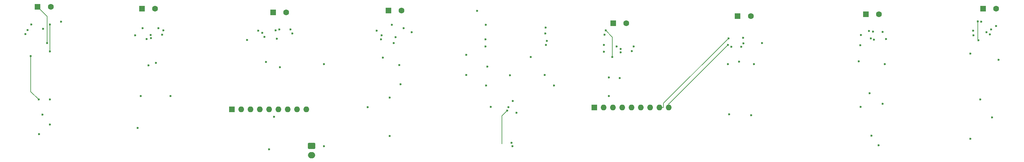
<source format=gbr>
%TF.GenerationSoftware,KiCad,Pcbnew,8.0.8*%
%TF.CreationDate,2025-05-04T20:59:53-05:00*%
%TF.ProjectId,Feedback_sleeve,46656564-6261-4636-9b5f-736c65657665,rev?*%
%TF.SameCoordinates,Original*%
%TF.FileFunction,Copper,L6,Inr*%
%TF.FilePolarity,Positive*%
%FSLAX46Y46*%
G04 Gerber Fmt 4.6, Leading zero omitted, Abs format (unit mm)*
G04 Created by KiCad (PCBNEW 8.0.8) date 2025-05-04 20:59:53*
%MOMM*%
%LPD*%
G01*
G04 APERTURE LIST*
G04 Aperture macros list*
%AMRoundRect*
0 Rectangle with rounded corners*
0 $1 Rounding radius*
0 $2 $3 $4 $5 $6 $7 $8 $9 X,Y pos of 4 corners*
0 Add a 4 corners polygon primitive as box body*
4,1,4,$2,$3,$4,$5,$6,$7,$8,$9,$2,$3,0*
0 Add four circle primitives for the rounded corners*
1,1,$1+$1,$2,$3*
1,1,$1+$1,$4,$5*
1,1,$1+$1,$6,$7*
1,1,$1+$1,$8,$9*
0 Add four rect primitives between the rounded corners*
20,1,$1+$1,$2,$3,$4,$5,0*
20,1,$1+$1,$4,$5,$6,$7,0*
20,1,$1+$1,$6,$7,$8,$9,0*
20,1,$1+$1,$8,$9,$2,$3,0*%
G04 Aperture macros list end*
%TA.AperFunction,ComponentPad*%
%ADD10RoundRect,0.250000X-0.550000X-0.550000X0.550000X-0.550000X0.550000X0.550000X-0.550000X0.550000X0*%
%TD*%
%TA.AperFunction,ComponentPad*%
%ADD11C,1.600000*%
%TD*%
%TA.AperFunction,ComponentPad*%
%ADD12R,1.600000X1.600000*%
%TD*%
%TA.AperFunction,ComponentPad*%
%ADD13O,1.600000X1.600000*%
%TD*%
%TA.AperFunction,ComponentPad*%
%ADD14RoundRect,0.250000X-0.750000X0.600000X-0.750000X-0.600000X0.750000X-0.600000X0.750000X0.600000X0*%
%TD*%
%TA.AperFunction,ComponentPad*%
%ADD15O,2.000000X1.700000*%
%TD*%
%TA.AperFunction,ViaPad*%
%ADD16C,0.600000*%
%TD*%
%TA.AperFunction,Conductor*%
%ADD17C,0.200000*%
%TD*%
G04 APERTURE END LIST*
D10*
%TO.N,Net-(J7-Pin_1)*%
%TO.C,J7*%
X242900000Y-17500000D03*
D11*
%TO.N,Net-(J7-Pin_2)*%
X246500000Y-17500000D03*
%TD*%
D10*
%TO.N,Net-(J8-Pin_1)*%
%TO.C,J8*%
X274900000Y-16000000D03*
D11*
%TO.N,Net-(J8-Pin_2)*%
X278500000Y-16000000D03*
%TD*%
D10*
%TO.N,Net-(J2-Pin_1)*%
%TO.C,J2*%
X45200000Y-16000000D03*
D11*
%TO.N,Net-(J2-Pin_2)*%
X48800000Y-16000000D03*
%TD*%
D10*
%TO.N,Net-(J6-Pin_1)*%
%TO.C,J6*%
X207900000Y-18000000D03*
D11*
%TO.N,Net-(J6-Pin_2)*%
X211500000Y-18000000D03*
%TD*%
D10*
%TO.N,Net-(J3-Pin_1)*%
%TO.C,J3*%
X81000000Y-17000000D03*
D11*
%TO.N,Net-(J3-Pin_2)*%
X84600000Y-17000000D03*
%TD*%
D12*
%TO.N,Net-(RN1-common)*%
%TO.C,RN2*%
X69760000Y-43500000D03*
D13*
%TO.N,Net-(RN2-R1)*%
X72300000Y-43500000D03*
%TO.N,Net-(RN2-R2)*%
X74840000Y-43500000D03*
%TO.N,Net-(RN2-R3)*%
X77380000Y-43500000D03*
%TO.N,Net-(RN2-R4)*%
X79920000Y-43500000D03*
%TO.N,Net-(RN2-R5)*%
X82460000Y-43500000D03*
%TO.N,Net-(RN2-R6)*%
X85000000Y-43500000D03*
%TO.N,Net-(RN2-R7)*%
X87540000Y-43500000D03*
%TO.N,Net-(RN2-R8)*%
X90080000Y-43500000D03*
%TD*%
D14*
%TO.N,Net-(J9-Pin_1)*%
%TO.C,J9*%
X91500000Y-53500000D03*
D15*
%TO.N,Net-(J9-Pin_2)*%
X91500000Y-56000000D03*
%TD*%
D10*
%TO.N,Net-(J4-Pin_1)*%
%TO.C,J4*%
X112500000Y-16500000D03*
D11*
%TO.N,Net-(J4-Pin_2)*%
X116100000Y-16500000D03*
%TD*%
D12*
%TO.N,Net-(RN1-common)*%
%TO.C,RN1*%
X168760000Y-43000000D03*
D13*
%TO.N,Net-(RN1-R1)*%
X171300000Y-43000000D03*
%TO.N,Net-(RN1-R2)*%
X173840000Y-43000000D03*
%TO.N,Net-(RN1-R3)*%
X176380000Y-43000000D03*
%TO.N,Net-(RN1-R4)*%
X178920000Y-43000000D03*
%TO.N,Net-(RN1-R5)*%
X181460000Y-43000000D03*
%TO.N,Net-(RN1-R6)*%
X184000000Y-43000000D03*
%TO.N,Net-(RN1-R7)*%
X186540000Y-43000000D03*
%TO.N,Net-(RN1-R8)*%
X189080000Y-43000000D03*
%TD*%
D10*
%TO.N,Net-(J1-Pin_1)*%
%TO.C,J1*%
X16700000Y-15500000D03*
D11*
%TO.N,Net-(J1-Pin_2)*%
X20300000Y-15500000D03*
%TD*%
D10*
%TO.N,Net-(J5-Pin_1)*%
%TO.C,J5*%
X173900000Y-20000000D03*
D11*
%TO.N,Net-(J5-Pin_2)*%
X177500000Y-20000000D03*
%TD*%
D16*
%TO.N,Net-(U1-GND)*%
X17095500Y-50321100D03*
X171377100Y-27752000D03*
X205594700Y-44905300D03*
X14834800Y-28967500D03*
X179017600Y-27617400D03*
X47589500Y-23225400D03*
X110467800Y-24348000D03*
X172682700Y-34819700D03*
X112842700Y-40329300D03*
X208245400Y-30467500D03*
X50728400Y-23100000D03*
X209432800Y-25440000D03*
X272252400Y-23280900D03*
X171566300Y-23086900D03*
X79067000Y-30518700D03*
X46961400Y-31470500D03*
X244401700Y-50745200D03*
X243947400Y-39076400D03*
X44866000Y-39904100D03*
X17001400Y-40829300D03*
X240951400Y-30411500D03*
X274157400Y-40829300D03*
X78663200Y-23693200D03*
X271418700Y-28282100D03*
X110979400Y-29408200D03*
X155457500Y-21133100D03*
X13395100Y-22941500D03*
X214570700Y-25376200D03*
X245123800Y-24500000D03*
%TO.N,Net-(U2-REG)*%
X274410700Y-19564400D03*
X279125700Y-29974700D03*
%TO.N,Net-(U4-REG)*%
X175674700Y-34923400D03*
%TO.N,Net-(U5-REG)*%
X113469400Y-20366500D03*
X115453800Y-31382200D03*
%TO.N,Net-(U10-REG)*%
X45411400Y-21344600D03*
X49065500Y-30811900D03*
%TO.N,Net-(U6-REG)*%
X15016300Y-20335300D03*
X20090700Y-47685200D03*
%TO.N,Net-(U9-REG)*%
X76938700Y-22008700D03*
X82922700Y-31970500D03*
%TO.N,Net-(U7-REG)*%
X243781600Y-22118400D03*
X246384400Y-53336900D03*
%TO.N,Net-(J1-Pin_1)*%
X19292700Y-25376200D03*
%TO.N,Net-(J1-Pin_2)*%
X23082700Y-19564400D03*
%TO.N,Net-(J2-Pin_2)*%
X51017600Y-21908700D03*
%TO.N,Net-(J2-Pin_1)*%
X47668900Y-24070700D03*
%TO.N,Net-(J3-Pin_2)*%
X85786700Y-21656900D03*
%TO.N,Net-(J3-Pin_1)*%
X86280400Y-22742700D03*
%TO.N,Net-(J4-Pin_1)*%
X114461700Y-23761600D03*
%TO.N,Net-(J4-Pin_2)*%
X118886400Y-22470300D03*
%TO.N,Net-(J5-Pin_2)*%
X179457200Y-26300300D03*
%TO.N,Net-(J5-Pin_1)*%
X175926200Y-27900000D03*
%TO.N,Net-(J6-Pin_1)*%
X208896100Y-26420700D03*
%TO.N,Net-(J7-Pin_1)*%
X248395400Y-24250000D03*
%TO.N,Net-(J7-Pin_2)*%
X244868400Y-22227600D03*
%TO.N,Net-(J8-Pin_1)*%
X276779600Y-23010400D03*
%TO.N,Net-(J8-Pin_2)*%
X277122500Y-21666800D03*
%TO.N,Net-(J9-Pin_1)*%
X145754700Y-34211000D03*
X94890700Y-31188000D03*
%TO.N,Net-(U1-PC01_A1_D1)*%
X173685700Y-29242000D03*
X171845900Y-21950500D03*
X139125100Y-20375000D03*
%TO.N,Net-(U1-PC05_A5_D5_SCL)*%
X139557100Y-31818900D03*
%TO.N,Net-(U1-PA03_A8_D8_SCK)*%
X82011000Y-24176200D03*
%TO.N,Net-(U1-PC00_A0_D0)*%
X273512700Y-19481600D03*
X273612700Y-24641500D03*
X136778700Y-16617400D03*
%TO.N,Net-(U1-PC06_A6_D6_TX)*%
X133786700Y-34093900D03*
X205249400Y-31188000D03*
X206170900Y-26416600D03*
%TO.N,Net-(U1-PC02_A2_D2)*%
X139058900Y-24413400D03*
X113954100Y-25376200D03*
%TO.N,Net-(U1-PA04_A9_D9_MISO)*%
X46445800Y-24270700D03*
X151344000Y-29168400D03*
%TO.N,Net-(U1-PC04_A4_D4_SDA)*%
X133786700Y-28647700D03*
%TO.N,Net-(U1-PC07_A7_D7_RX)*%
X155190200Y-34138800D03*
%TO.N,Net-(U1-PC03_A3_D3)*%
X139058900Y-26342800D03*
X241421900Y-25985700D03*
%TO.N,Net-(RN1-common)*%
X139214400Y-36999800D03*
X247484100Y-22339600D03*
X157739200Y-36999800D03*
X20092300Y-40829300D03*
X20090700Y-27682400D03*
X116668800Y-21334700D03*
X53002700Y-39905700D03*
X115830300Y-36619000D03*
X82695300Y-21708700D03*
X278429300Y-20774000D03*
X20090700Y-20330100D03*
X248039400Y-31188000D03*
X247482700Y-41982700D03*
X212337400Y-31188000D03*
X211578700Y-45078700D03*
X175924200Y-26989200D03*
X49716200Y-21330200D03*
X155381200Y-22754500D03*
X209417200Y-23983900D03*
%TO.N,Net-(RN1-R6)*%
X81279700Y-45523400D03*
X81692800Y-21917300D03*
%TO.N,Net-(RN1-R7)*%
X205374400Y-24104900D03*
%TO.N,Net-(RN1-R2)*%
X18070000Y-44981300D03*
X18194400Y-21458700D03*
%TO.N,Net-(RN1-R8)*%
X205233400Y-25927500D03*
%TO.N,Net-(RN1-R5)*%
X78041100Y-22633100D03*
X79930700Y-54435200D03*
%TO.N,Net-(RN1-R3)*%
X43340400Y-23250000D03*
X44026700Y-48623400D03*
%TO.N,Net-(RN1-R1)*%
X13996600Y-21818200D03*
X145314800Y-42912200D03*
%TO.N,Net-(RN1-R4)*%
X144991400Y-43836400D03*
%TO.N,Net-(RN2-R5)*%
X277402700Y-45717500D03*
X275844500Y-22470700D03*
%TO.N,Net-(RN2-R6)*%
X146389300Y-53624600D03*
X272168000Y-21999100D03*
X94871000Y-53624600D03*
X271418700Y-51529300D03*
%TO.N,Net-(RN2-R7)*%
X155792100Y-24795800D03*
X147504600Y-44475500D03*
X244286900Y-24161600D03*
%TO.N,Net-(RN2-R4)*%
X146160000Y-52645400D03*
X171326500Y-25862500D03*
X155558000Y-25896600D03*
%TO.N,Net-(RN2-R8)*%
X241531400Y-23154400D03*
X241498700Y-42811600D03*
%TO.N,Net-(RN2-R2)*%
X140461900Y-42812200D03*
X106858700Y-42942100D03*
X110618800Y-23261600D03*
%TO.N,Net-(RN2-R3)*%
X172682700Y-39905700D03*
X174878000Y-26284700D03*
X146470800Y-41259900D03*
%TO.N,Net-(RN2-R1)*%
X73946700Y-24529200D03*
X112842700Y-50827800D03*
X109318900Y-22028000D03*
%TD*%
D17*
%TO.N,Net-(U1-GND)*%
X14834800Y-38662700D02*
X17001400Y-40829300D01*
X14834800Y-28967500D02*
X14834800Y-38662700D01*
%TO.N,Net-(J1-Pin_1)*%
X19292700Y-25376200D02*
X19292700Y-18092700D01*
X19292700Y-18092700D02*
X16700000Y-15500000D01*
%TO.N,Net-(U1-PC01_A1_D1)*%
X173685700Y-23790300D02*
X173685700Y-29242000D01*
X171845900Y-21950500D02*
X173685700Y-23790300D01*
%TO.N,Net-(U1-PC00_A0_D0)*%
X273512700Y-24541500D02*
X273612700Y-24641500D01*
X273512700Y-19481600D02*
X273512700Y-24541500D01*
%TO.N,Net-(RN1-common)*%
X20090700Y-27682400D02*
X20090700Y-20330100D01*
%TO.N,Net-(RN1-R7)*%
X187641700Y-41837600D02*
X187641700Y-43000000D01*
X205374400Y-24104900D02*
X187641700Y-41837600D01*
X186540000Y-43000000D02*
X187641700Y-43000000D01*
%TO.N,Net-(RN1-R8)*%
X189080000Y-43000000D02*
X189080000Y-41898300D01*
X189080000Y-41898300D02*
X189262600Y-41898300D01*
X189262600Y-41898300D02*
X205233400Y-25927500D01*
%TO.N,Net-(RN1-R4)*%
X143506200Y-45321600D02*
X143506200Y-52893500D01*
X144991400Y-43836400D02*
X143506200Y-45321600D01*
%TD*%
M02*

</source>
